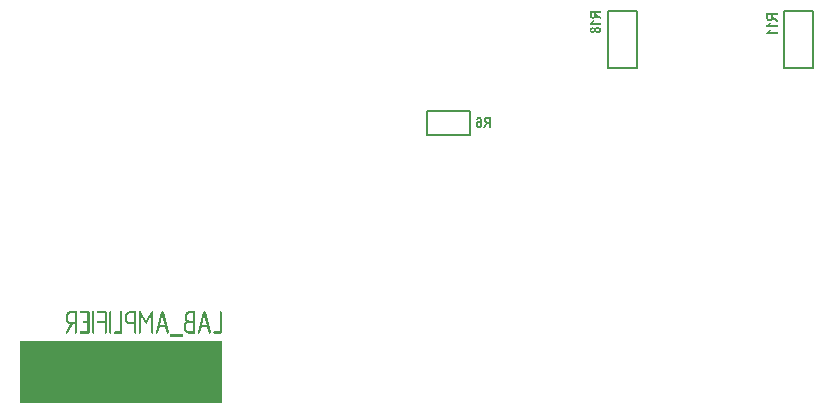
<source format=gbo>
G04*
G04 #@! TF.GenerationSoftware,Altium Limited,Altium Designer,22.7.1 (60)*
G04*
G04 Layer_Color=32896*
%FSLAX43Y43*%
%MOMM*%
G71*
G04*
G04 #@! TF.SameCoordinates,B0B9643B-9B23-428C-A4AC-A12B4A47BFEC*
G04*
G04*
G04 #@! TF.FilePolarity,Positive*
G04*
G01*
G75*
%ADD10C,0.200*%
%ADD70R,17.075X5.334*%
G36*
X59948Y67496D02*
X59970Y67485D01*
X59984Y67468D01*
X59995Y67452D01*
X60000Y67432D01*
X60003Y67416D01*
X60006Y67405D01*
Y67399D01*
Y65692D01*
X60003Y65661D01*
X59992Y65639D01*
X59978Y65622D01*
X59959Y65611D01*
X59942Y65606D01*
X59928Y65603D01*
X59917Y65600D01*
X59914D01*
X59884Y65603D01*
X59859Y65614D01*
X59842Y65628D01*
X59831Y65647D01*
X59826Y65664D01*
X59820Y65678D01*
Y65689D01*
Y65692D01*
Y67138D01*
X59470Y66497D01*
X59456Y66480D01*
X59442Y66466D01*
X59431Y66458D01*
X59417Y66450D01*
X59406Y66447D01*
X59398Y66444D01*
X59390D01*
X59373Y66447D01*
X59356Y66452D01*
X59331Y66472D01*
X59315Y66488D01*
X59312Y66494D01*
X59309Y66497D01*
X58957Y67138D01*
Y65692D01*
X58954Y65661D01*
X58943Y65639D01*
X58929Y65622D01*
X58909Y65611D01*
X58893Y65606D01*
X58879Y65603D01*
X58868Y65600D01*
X58865D01*
X58834Y65603D01*
X58809Y65614D01*
X58793Y65628D01*
X58782Y65647D01*
X58776Y65664D01*
X58771Y65678D01*
Y65689D01*
Y65692D01*
Y67399D01*
X58773Y67432D01*
X58784Y67457D01*
X58798Y67477D01*
X58815Y67488D01*
X58832Y67496D01*
X58846Y67499D01*
X58857Y67502D01*
X58859D01*
X58879Y67499D01*
X58896Y67493D01*
X58923Y67474D01*
X58932Y67463D01*
X58940Y67455D01*
X58943Y67449D01*
X58946Y67446D01*
X59390Y66699D01*
X59834Y67446D01*
X59848Y67466D01*
X59862Y67479D01*
X59876Y67488D01*
X59889Y67496D01*
X59901Y67499D01*
X59912Y67502D01*
X59920D01*
X59948Y67496D01*
D02*
G37*
G36*
X65739Y67488D02*
X65761Y67477D01*
X65778Y67463D01*
X65789Y67446D01*
X65794Y67427D01*
X65797Y67413D01*
X65800Y67402D01*
Y67399D01*
Y65692D01*
X65797Y65661D01*
X65786Y65639D01*
X65772Y65622D01*
X65753Y65611D01*
X65736Y65606D01*
X65722Y65603D01*
X65711Y65600D01*
X65184D01*
X65153Y65603D01*
X65128Y65614D01*
X65112Y65628D01*
X65100Y65647D01*
X65095Y65664D01*
X65089Y65678D01*
Y65689D01*
Y65692D01*
X65092Y65722D01*
X65103Y65744D01*
X65120Y65761D01*
X65136Y65772D01*
X65153Y65778D01*
X65170Y65783D01*
X65614D01*
Y67399D01*
X65617Y67430D01*
X65628Y67452D01*
X65645Y67468D01*
X65661Y67479D01*
X65678Y67485D01*
X65695Y67491D01*
X65708D01*
X65739Y67488D01*
D02*
G37*
G36*
X64354D02*
X64373Y67479D01*
X64387Y67466D01*
X64398Y67452D01*
X64406Y67435D01*
X64412Y67424D01*
X64417Y67413D01*
Y67410D01*
X64878Y65700D01*
X64881D01*
Y65694D01*
Y65692D01*
Y65689D01*
X64878Y65658D01*
X64867Y65639D01*
X64851Y65622D01*
X64834Y65611D01*
X64817Y65606D01*
X64801Y65603D01*
X64789Y65600D01*
X64787D01*
X64762Y65603D01*
X64742Y65611D01*
X64728Y65622D01*
X64717Y65633D01*
X64709Y65644D01*
X64701Y65656D01*
X64698Y65664D01*
Y65667D01*
X64576Y66127D01*
X64082D01*
X63959Y65667D01*
X63951Y65644D01*
X63937Y65628D01*
X63923Y65617D01*
X63907Y65608D01*
X63893Y65603D01*
X63882Y65600D01*
X63871D01*
X63840Y65603D01*
X63815Y65614D01*
X63798Y65628D01*
X63787Y65644D01*
X63782Y65661D01*
X63776Y65675D01*
Y65686D01*
Y65689D01*
Y65708D01*
X63779Y65714D01*
Y65717D01*
X64240Y67410D01*
X64248Y67438D01*
X64262Y67457D01*
X64276Y67471D01*
X64293Y67479D01*
X64306Y67488D01*
X64317Y67491D01*
X64329D01*
X64354Y67488D01*
D02*
G37*
G36*
X63501D02*
X63523Y67477D01*
X63540Y67463D01*
X63551Y67446D01*
X63557Y67427D01*
X63560Y67413D01*
X63562Y67402D01*
Y67399D01*
Y65692D01*
X63560Y65661D01*
X63548Y65639D01*
X63535Y65622D01*
X63515Y65611D01*
X63499Y65606D01*
X63485Y65603D01*
X63474Y65600D01*
X63010D01*
X62979Y65603D01*
X62949Y65606D01*
X62893Y65619D01*
X62841Y65639D01*
X62799Y65664D01*
X62763Y65686D01*
X62735Y65705D01*
X62718Y65719D01*
X62716Y65725D01*
X62713D01*
X62691Y65750D01*
X62671Y65775D01*
X62638Y65825D01*
X62616Y65875D01*
X62602Y65919D01*
X62591Y65961D01*
X62588Y65991D01*
X62585Y66003D01*
Y66011D01*
Y66016D01*
Y66019D01*
Y66283D01*
X62588Y66325D01*
X62596Y66366D01*
X62605Y66402D01*
X62616Y66436D01*
X62630Y66461D01*
X62638Y66483D01*
X62646Y66494D01*
X62649Y66499D01*
X62674Y66536D01*
X62699Y66563D01*
X62724Y66588D01*
X62749Y66605D01*
X62768Y66619D01*
X62785Y66630D01*
X62799Y66633D01*
X62802Y66636D01*
X62774Y66658D01*
X62752Y66680D01*
X62732Y66702D01*
X62716Y66727D01*
X62688Y66780D01*
X62671Y66827D01*
X62660Y66872D01*
X62657Y66891D01*
X62655Y66908D01*
X62652Y66921D01*
Y66933D01*
Y66938D01*
Y66941D01*
Y67071D01*
Y67102D01*
X62657Y67132D01*
X62671Y67191D01*
X62691Y67241D01*
X62713Y67282D01*
X62738Y67318D01*
X62757Y67343D01*
X62771Y67360D01*
X62774Y67366D01*
X62777D01*
X62802Y67388D01*
X62827Y67407D01*
X62877Y67438D01*
X62927Y67460D01*
X62974Y67474D01*
X63015Y67485D01*
X63032Y67488D01*
X63046D01*
X63060Y67491D01*
X63471D01*
X63501Y67488D01*
D02*
G37*
G36*
X60797D02*
X60817Y67479D01*
X60831Y67466D01*
X60842Y67452D01*
X60850Y67435D01*
X60856Y67424D01*
X60861Y67413D01*
Y67410D01*
X61322Y65700D01*
X61325D01*
Y65694D01*
Y65692D01*
Y65689D01*
X61322Y65658D01*
X61311Y65639D01*
X61294Y65622D01*
X61278Y65611D01*
X61261Y65606D01*
X61244Y65603D01*
X61233Y65600D01*
X61230D01*
X61205Y65603D01*
X61186Y65611D01*
X61172Y65622D01*
X61161Y65633D01*
X61153Y65644D01*
X61144Y65656D01*
X61141Y65664D01*
Y65667D01*
X61019Y66127D01*
X60525D01*
X60403Y65667D01*
X60395Y65644D01*
X60381Y65628D01*
X60367Y65617D01*
X60350Y65608D01*
X60336Y65603D01*
X60325Y65600D01*
X60314D01*
X60284Y65603D01*
X60259Y65614D01*
X60242Y65628D01*
X60231Y65644D01*
X60225Y65661D01*
X60220Y65675D01*
Y65686D01*
Y65689D01*
Y65708D01*
X60223Y65714D01*
Y65717D01*
X60683Y67410D01*
X60692Y67438D01*
X60706Y67457D01*
X60720Y67471D01*
X60736Y67479D01*
X60750Y67488D01*
X60761Y67491D01*
X60772D01*
X60797Y67488D01*
D02*
G37*
G36*
X58499D02*
X58521Y67477D01*
X58537Y67463D01*
X58549Y67446D01*
X58554Y67427D01*
X58557Y67413D01*
X58560Y67402D01*
Y67399D01*
Y65692D01*
X58557Y65661D01*
X58546Y65639D01*
X58532Y65622D01*
X58512Y65611D01*
X58496Y65606D01*
X58482Y65603D01*
X58471Y65600D01*
X58468D01*
X58437Y65603D01*
X58412Y65614D01*
X58396Y65628D01*
X58385Y65647D01*
X58379Y65664D01*
X58374Y65678D01*
Y65689D01*
Y65692D01*
Y66391D01*
X58007D01*
X57974Y66394D01*
X57943Y66397D01*
X57888Y66411D01*
X57835Y66430D01*
X57791Y66452D01*
X57757Y66475D01*
X57730Y66494D01*
X57713Y66508D01*
X57707Y66513D01*
X57685Y66536D01*
X57666Y66561D01*
X57635Y66611D01*
X57613Y66661D01*
X57599Y66708D01*
X57588Y66747D01*
X57585Y66780D01*
X57582Y66791D01*
Y66799D01*
Y66805D01*
Y66808D01*
Y67071D01*
Y67102D01*
X57588Y67132D01*
X57602Y67191D01*
X57621Y67241D01*
X57643Y67282D01*
X57668Y67318D01*
X57688Y67343D01*
X57702Y67360D01*
X57705Y67366D01*
X57707D01*
X57732Y67388D01*
X57757Y67407D01*
X57807Y67438D01*
X57857Y67460D01*
X57904Y67474D01*
X57946Y67485D01*
X57963Y67488D01*
X57977D01*
X57990Y67491D01*
X58468D01*
X58499Y67488D01*
D02*
G37*
G36*
X57313D02*
X57335Y67477D01*
X57352Y67463D01*
X57363Y67446D01*
X57369Y67427D01*
X57371Y67413D01*
X57374Y67402D01*
Y67399D01*
Y65692D01*
X57371Y65661D01*
X57360Y65639D01*
X57346Y65622D01*
X57327Y65611D01*
X57310Y65606D01*
X57296Y65603D01*
X57285Y65600D01*
X56758D01*
X56727Y65603D01*
X56702Y65614D01*
X56686Y65628D01*
X56675Y65647D01*
X56669Y65664D01*
X56663Y65678D01*
Y65689D01*
Y65692D01*
X56666Y65722D01*
X56677Y65744D01*
X56694Y65761D01*
X56711Y65772D01*
X56727Y65778D01*
X56744Y65783D01*
X57188D01*
Y67399D01*
X57191Y67430D01*
X57202Y67452D01*
X57219Y67468D01*
X57235Y67479D01*
X57252Y67485D01*
X57269Y67491D01*
X57283D01*
X57313Y67488D01*
D02*
G37*
G36*
X56391D02*
X56414Y67477D01*
X56430Y67463D01*
X56441Y67446D01*
X56447Y67427D01*
X56450Y67413D01*
X56452Y67402D01*
Y67399D01*
Y65692D01*
X56450Y65661D01*
X56439Y65639D01*
X56425Y65622D01*
X56405Y65611D01*
X56389Y65606D01*
X56375Y65603D01*
X56364Y65600D01*
X56361D01*
X56330Y65603D01*
X56305Y65614D01*
X56289Y65628D01*
X56278Y65647D01*
X56272Y65664D01*
X56266Y65678D01*
Y65689D01*
Y65692D01*
Y67399D01*
X56269Y67430D01*
X56280Y67452D01*
X56297Y67468D01*
X56314Y67479D01*
X56330Y67485D01*
X56347Y67491D01*
X56361D01*
X56391Y67488D01*
D02*
G37*
G36*
X55994D02*
X56017Y67477D01*
X56033Y67463D01*
X56044Y67446D01*
X56050Y67427D01*
X56053Y67413D01*
X56055Y67402D01*
Y67399D01*
Y65692D01*
X56053Y65661D01*
X56042Y65639D01*
X56028Y65622D01*
X56008Y65611D01*
X55992Y65606D01*
X55978Y65603D01*
X55967Y65600D01*
X55964D01*
X55933Y65603D01*
X55908Y65614D01*
X55892Y65628D01*
X55881Y65647D01*
X55875Y65664D01*
X55869Y65678D01*
Y65689D01*
Y65692D01*
Y66519D01*
X55309D01*
X55278Y66522D01*
X55253Y66533D01*
X55236Y66547D01*
X55225Y66566D01*
X55220Y66583D01*
X55214Y66597D01*
Y66608D01*
Y66611D01*
X55217Y66641D01*
X55228Y66663D01*
X55245Y66680D01*
X55261Y66691D01*
X55278Y66697D01*
X55295Y66702D01*
X55869D01*
Y67307D01*
X55309D01*
X55278Y67310D01*
X55253Y67321D01*
X55236Y67335D01*
X55225Y67355D01*
X55220Y67371D01*
X55214Y67385D01*
Y67396D01*
Y67399D01*
X55217Y67430D01*
X55228Y67452D01*
X55245Y67468D01*
X55261Y67479D01*
X55278Y67485D01*
X55295Y67491D01*
X55964D01*
X55994Y67488D01*
D02*
G37*
G36*
X54939D02*
X54962Y67477D01*
X54978Y67463D01*
X54989Y67446D01*
X54995Y67427D01*
X54998Y67413D01*
X55000Y67402D01*
Y67399D01*
Y65692D01*
X54998Y65661D01*
X54987Y65639D01*
X54973Y65622D01*
X54953Y65611D01*
X54937Y65606D01*
X54923Y65603D01*
X54912Y65600D01*
X54909D01*
X54878Y65603D01*
X54853Y65614D01*
X54837Y65628D01*
X54826Y65647D01*
X54820Y65664D01*
X54814Y65678D01*
Y65689D01*
Y65692D01*
Y67399D01*
X54817Y67430D01*
X54828Y67452D01*
X54845Y67468D01*
X54862Y67479D01*
X54878Y67485D01*
X54895Y67491D01*
X54909D01*
X54939Y67488D01*
D02*
G37*
G36*
X54540D02*
X54562Y67477D01*
X54579Y67463D01*
X54590Y67446D01*
X54595Y67427D01*
X54598Y67413D01*
X54601Y67402D01*
Y67399D01*
Y65692D01*
X54598Y65661D01*
X54587Y65639D01*
X54573Y65622D01*
X54554Y65611D01*
X54537Y65606D01*
X54523Y65603D01*
X54512Y65600D01*
X53854D01*
X53823Y65603D01*
X53798Y65614D01*
X53782Y65628D01*
X53771Y65647D01*
X53765Y65664D01*
X53760Y65678D01*
Y65689D01*
Y65692D01*
X53762Y65722D01*
X53773Y65744D01*
X53790Y65761D01*
X53807Y65772D01*
X53823Y65778D01*
X53840Y65783D01*
X54415D01*
Y66519D01*
X54115D01*
X54084Y66522D01*
X54062Y66533D01*
X54045Y66547D01*
X54034Y66566D01*
X54029Y66583D01*
X54023Y66597D01*
Y66608D01*
Y66611D01*
X54026Y66641D01*
X54037Y66663D01*
X54051Y66680D01*
X54068Y66691D01*
X54087Y66697D01*
X54101Y66702D01*
X54415D01*
Y67307D01*
X53854D01*
X53823Y67310D01*
X53798Y67321D01*
X53782Y67335D01*
X53771Y67355D01*
X53765Y67371D01*
X53760Y67385D01*
Y67396D01*
Y67399D01*
X53762Y67430D01*
X53773Y67452D01*
X53790Y67468D01*
X53807Y67479D01*
X53823Y67485D01*
X53840Y67491D01*
X54509D01*
X54540Y67488D01*
D02*
G37*
G36*
X53487D02*
X53510Y67477D01*
X53526Y67463D01*
X53537Y67446D01*
X53543Y67427D01*
X53546Y67413D01*
X53549Y67402D01*
Y67399D01*
Y65692D01*
X53546Y65661D01*
X53535Y65639D01*
X53521Y65622D01*
X53501Y65611D01*
X53485Y65606D01*
X53471Y65603D01*
X53460Y65600D01*
X53457D01*
X53426Y65603D01*
X53401Y65614D01*
X53385Y65628D01*
X53374Y65647D01*
X53368Y65664D01*
X53363Y65678D01*
Y65689D01*
Y65692D01*
Y66391D01*
X53182D01*
X52749Y65675D01*
X52738Y65650D01*
X52724Y65631D01*
X52710Y65619D01*
X52696Y65608D01*
X52685Y65603D01*
X52677Y65600D01*
X52668D01*
X52641Y65603D01*
X52621Y65614D01*
X52607Y65622D01*
X52602Y65625D01*
X52591Y65636D01*
X52585Y65647D01*
X52574Y65669D01*
X52571Y65686D01*
Y65689D01*
Y65692D01*
X52574Y65708D01*
X52577Y65722D01*
X52582Y65733D01*
X52585Y65736D01*
X52985Y66391D01*
X52927Y66397D01*
X52874Y66411D01*
X52824Y66427D01*
X52782Y66450D01*
X52749Y66472D01*
X52721Y66488D01*
X52705Y66502D01*
X52699Y66508D01*
X52677Y66530D01*
X52657Y66555D01*
X52624Y66605D01*
X52602Y66655D01*
X52588Y66702D01*
X52577Y66747D01*
X52574Y66763D01*
Y66780D01*
X52571Y66794D01*
Y66802D01*
Y66808D01*
Y66810D01*
Y67071D01*
Y67102D01*
X52577Y67132D01*
X52591Y67191D01*
X52610Y67241D01*
X52632Y67282D01*
X52657Y67318D01*
X52677Y67343D01*
X52691Y67360D01*
X52693Y67366D01*
X52696D01*
X52721Y67388D01*
X52746Y67407D01*
X52796Y67438D01*
X52846Y67460D01*
X52893Y67474D01*
X52935Y67485D01*
X52952Y67488D01*
X52966D01*
X52979Y67491D01*
X53457D01*
X53487Y67488D01*
D02*
G37*
G36*
X62507Y65339D02*
X61402D01*
Y65522D01*
X62507D01*
Y65339D01*
D02*
G37*
G36*
X87584Y83954D02*
X87606Y83952D01*
X87626Y83945D01*
X87646Y83937D01*
X87681Y83919D01*
X87696Y83909D01*
X87710Y83898D01*
X87723Y83887D01*
X87734Y83877D01*
X87744Y83867D01*
X87753Y83859D01*
X87758Y83851D01*
X87763Y83846D01*
X87765Y83842D01*
X87767Y83840D01*
X87781Y83818D01*
X87792Y83791D01*
X87804Y83763D01*
X87812Y83733D01*
X87826Y83671D01*
X87836Y83609D01*
X87839Y83579D01*
X87842Y83553D01*
X87843Y83529D01*
X87844Y83506D01*
X87846Y83489D01*
Y83475D01*
Y83467D01*
Y83465D01*
Y83464D01*
X87844Y83417D01*
X87843Y83374D01*
X87839Y83334D01*
X87835Y83297D01*
X87827Y83264D01*
X87822Y83234D01*
X87815Y83206D01*
X87808Y83182D01*
X87801Y83161D01*
X87794Y83144D01*
X87787Y83128D01*
X87781Y83116D01*
X87777Y83107D01*
X87773Y83100D01*
X87771Y83096D01*
X87770Y83094D01*
X87754Y83075D01*
X87739Y83058D01*
X87723Y83044D01*
X87706Y83031D01*
X87691Y83020D01*
X87674Y83011D01*
X87658Y83004D01*
X87643Y82999D01*
X87616Y82990D01*
X87605Y82987D01*
X87595Y82986D01*
X87586D01*
X87581Y82984D01*
X87575D01*
X87555Y82986D01*
X87537Y82989D01*
X87519Y82993D01*
X87502Y82997D01*
X87471Y83011D01*
X87445Y83027D01*
X87424Y83042D01*
X87416Y83049D01*
X87409Y83056D01*
X87403Y83061D01*
X87399Y83065D01*
X87398Y83068D01*
X87396Y83069D01*
X87383Y83086D01*
X87372Y83104D01*
X87362Y83123D01*
X87354Y83142D01*
X87341Y83182D01*
X87331Y83218D01*
X87328Y83237D01*
X87327Y83252D01*
X87326Y83268D01*
X87324Y83281D01*
X87323Y83290D01*
Y83297D01*
Y83303D01*
Y83304D01*
X87324Y83330D01*
X87326Y83355D01*
X87328Y83378D01*
X87334Y83400D01*
X87338Y83420D01*
X87344Y83438D01*
X87351Y83455D01*
X87357Y83471D01*
X87364Y83485D01*
X87369Y83498D01*
X87376Y83507D01*
X87381Y83516D01*
X87385Y83523D01*
X87389Y83527D01*
X87390Y83530D01*
X87392Y83531D01*
X87405Y83547D01*
X87419Y83560D01*
X87431Y83571D01*
X87445Y83581D01*
X87458Y83589D01*
X87472Y83596D01*
X87496Y83606D01*
X87519Y83613D01*
X87527Y83615D01*
X87536Y83616D01*
X87543Y83617D01*
X87551D01*
X87567Y83616D01*
X87581Y83615D01*
X87595Y83610D01*
X87606Y83608D01*
X87615Y83603D01*
X87623Y83599D01*
X87627Y83598D01*
X87629Y83596D01*
X87641Y83588D01*
X87653Y83578D01*
X87663Y83568D01*
X87672Y83558D01*
X87679Y83550D01*
X87685Y83543D01*
X87689Y83537D01*
X87691Y83536D01*
X87689Y83565D01*
X87687Y83592D01*
X87684Y83616D01*
X87681Y83637D01*
X87678Y83657D01*
X87674Y83675D01*
X87671Y83691D01*
X87667Y83705D01*
X87664Y83716D01*
X87661Y83726D01*
X87657Y83734D01*
X87656Y83740D01*
X87653Y83746D01*
X87651Y83749D01*
X87650Y83751D01*
X87637Y83770D01*
X87623Y83782D01*
X87610Y83792D01*
X87598Y83798D01*
X87586Y83802D01*
X87578Y83804D01*
X87571Y83805D01*
X87570D01*
X87557Y83804D01*
X87544Y83801D01*
X87534Y83795D01*
X87524Y83788D01*
X87509Y83771D01*
X87499Y83753D01*
X87491Y83733D01*
X87486Y83716D01*
X87485Y83709D01*
X87484Y83703D01*
Y83701D01*
Y83699D01*
X87338Y83719D01*
X87347Y83761D01*
X87357Y83796D01*
X87369Y83827D01*
X87382Y83853D01*
X87395Y83871D01*
X87405Y83885D01*
X87412Y83894D01*
X87414Y83897D01*
X87437Y83916D01*
X87462Y83930D01*
X87486Y83942D01*
X87510Y83949D01*
X87530Y83953D01*
X87547Y83954D01*
X87553Y83956D01*
X87561D01*
X87584Y83954D01*
D02*
G37*
G36*
X88600Y83000D02*
X88442D01*
Y83398D01*
X88391D01*
X88376Y83396D01*
X88362Y83395D01*
X88350Y83392D01*
X88342Y83390D01*
X88336Y83388D01*
X88334Y83386D01*
X88332D01*
X88322Y83382D01*
X88314Y83375D01*
X88300Y83362D01*
X88294Y83357D01*
X88290Y83351D01*
X88287Y83348D01*
X88286Y83347D01*
X88281Y83341D01*
X88276Y83333D01*
X88269Y83324D01*
X88263Y83314D01*
X88249Y83290D01*
X88235Y83266D01*
X88222Y83244D01*
X88217Y83234D01*
X88211Y83226D01*
X88207Y83218D01*
X88204Y83213D01*
X88201Y83209D01*
Y83207D01*
X88088Y83000D01*
X87898D01*
X87994Y83185D01*
X88004Y83204D01*
X88014Y83224D01*
X88023Y83241D01*
X88032Y83257D01*
X88040Y83271D01*
X88047Y83283D01*
X88060Y83304D01*
X88070Y83320D01*
X88078Y83331D01*
X88083Y83338D01*
X88084Y83340D01*
X88097Y83355D01*
X88111Y83371D01*
X88125Y83385D01*
X88138Y83396D01*
X88149Y83406D01*
X88159Y83413D01*
X88164Y83419D01*
X88167Y83420D01*
X88132Y83429D01*
X88102Y83440D01*
X88076Y83454D01*
X88054Y83469D01*
X88038Y83482D01*
X88025Y83493D01*
X88018Y83502D01*
X88015Y83503D01*
Y83505D01*
X87997Y83533D01*
X87983Y83562D01*
X87973Y83592D01*
X87967Y83620D01*
X87963Y83646D01*
X87961Y83657D01*
Y83667D01*
X87960Y83674D01*
Y83681D01*
Y83684D01*
Y83685D01*
X87961Y83718D01*
X87966Y83746D01*
X87971Y83773D01*
X87977Y83795D01*
X87984Y83812D01*
X87990Y83826D01*
X87994Y83835D01*
X87995Y83837D01*
X88009Y83860D01*
X88025Y83878D01*
X88039Y83894D01*
X88053Y83905D01*
X88066Y83915D01*
X88076Y83922D01*
X88083Y83925D01*
X88085Y83926D01*
X88097Y83930D01*
X88109Y83935D01*
X88138Y83942D01*
X88167Y83946D01*
X88197Y83950D01*
X88224Y83952D01*
X88236D01*
X88246Y83953D01*
X88600D01*
Y83000D01*
D02*
G37*
G36*
X112853Y92542D02*
X112456D01*
Y92491D01*
X112457Y92476D01*
X112458Y92462D01*
X112461Y92451D01*
X112463Y92442D01*
X112465Y92436D01*
X112467Y92434D01*
Y92432D01*
X112471Y92422D01*
X112478Y92414D01*
X112491Y92400D01*
X112496Y92394D01*
X112502Y92390D01*
X112505Y92387D01*
X112506Y92386D01*
X112512Y92381D01*
X112520Y92376D01*
X112529Y92369D01*
X112539Y92363D01*
X112563Y92349D01*
X112587Y92335D01*
X112609Y92322D01*
X112619Y92317D01*
X112628Y92311D01*
X112635Y92307D01*
X112640Y92304D01*
X112644Y92301D01*
X112646D01*
X112853Y92188D01*
Y91998D01*
X112668Y92094D01*
X112649Y92104D01*
X112629Y92114D01*
X112612Y92123D01*
X112597Y92132D01*
X112582Y92140D01*
X112570Y92147D01*
X112549Y92160D01*
X112533Y92170D01*
X112522Y92178D01*
X112515Y92183D01*
X112513Y92184D01*
X112498Y92197D01*
X112482Y92211D01*
X112468Y92225D01*
X112457Y92238D01*
X112447Y92249D01*
X112440Y92259D01*
X112434Y92264D01*
X112433Y92267D01*
X112425Y92232D01*
X112413Y92202D01*
X112399Y92176D01*
X112384Y92154D01*
X112371Y92138D01*
X112360Y92125D01*
X112351Y92118D01*
X112350Y92115D01*
X112348D01*
X112320Y92097D01*
X112291Y92083D01*
X112261Y92073D01*
X112233Y92067D01*
X112207Y92063D01*
X112196Y92061D01*
X112186D01*
X112179Y92060D01*
X112172D01*
X112169D01*
X112168D01*
X112136Y92061D01*
X112107Y92066D01*
X112081Y92071D01*
X112058Y92077D01*
X112041Y92084D01*
X112027Y92090D01*
X112019Y92094D01*
X112016Y92095D01*
X111993Y92109D01*
X111975Y92125D01*
X111959Y92139D01*
X111948Y92153D01*
X111938Y92166D01*
X111931Y92176D01*
X111928Y92183D01*
X111927Y92185D01*
X111923Y92197D01*
X111918Y92209D01*
X111911Y92238D01*
X111907Y92267D01*
X111903Y92297D01*
X111902Y92324D01*
Y92336D01*
X111900Y92346D01*
Y92700D01*
X112853D01*
Y92542D01*
D02*
G37*
G36*
X112284Y91867D02*
X112262Y91829D01*
X112238Y91796D01*
X112216Y91768D01*
X112206Y91756D01*
X112196Y91744D01*
X112186Y91734D01*
X112179Y91727D01*
X112172Y91720D01*
X112168Y91716D01*
X112165Y91713D01*
X112164Y91712D01*
X112853D01*
Y91561D01*
X111897D01*
Y91684D01*
X111928Y91695D01*
X111957Y91709D01*
X111982Y91725D01*
X112003Y91740D01*
X112021Y91754D01*
X112035Y91765D01*
X112044Y91774D01*
X112045Y91775D01*
X112047Y91777D01*
X112069Y91802D01*
X112088Y91826D01*
X112103Y91847D01*
X112116Y91867D01*
X112124Y91884D01*
X112131Y91895D01*
X112134Y91904D01*
X112136Y91905D01*
Y91906D01*
X112302D01*
X112284Y91867D01*
D02*
G37*
G36*
Y91259D02*
X112262Y91221D01*
X112238Y91189D01*
X112216Y91161D01*
X112206Y91148D01*
X112196Y91137D01*
X112186Y91127D01*
X112179Y91120D01*
X112172Y91113D01*
X112168Y91108D01*
X112165Y91106D01*
X112164Y91104D01*
X112853D01*
Y90953D01*
X111897D01*
Y91076D01*
X111928Y91087D01*
X111957Y91101D01*
X111982Y91117D01*
X112003Y91132D01*
X112021Y91147D01*
X112035Y91158D01*
X112044Y91166D01*
X112045Y91168D01*
X112047Y91169D01*
X112069Y91194D01*
X112088Y91218D01*
X112103Y91240D01*
X112116Y91259D01*
X112124Y91276D01*
X112131Y91288D01*
X112134Y91296D01*
X112136Y91297D01*
Y91299D01*
X112302D01*
X112284Y91259D01*
D02*
G37*
G36*
X97900Y92742D02*
X97502D01*
Y92691D01*
X97504Y92676D01*
X97505Y92662D01*
X97508Y92650D01*
X97510Y92642D01*
X97512Y92636D01*
X97514Y92634D01*
Y92632D01*
X97518Y92622D01*
X97525Y92614D01*
X97538Y92600D01*
X97543Y92594D01*
X97549Y92590D01*
X97552Y92587D01*
X97553Y92586D01*
X97559Y92581D01*
X97567Y92576D01*
X97576Y92569D01*
X97586Y92563D01*
X97610Y92549D01*
X97634Y92535D01*
X97656Y92522D01*
X97666Y92517D01*
X97674Y92511D01*
X97682Y92507D01*
X97687Y92504D01*
X97691Y92501D01*
X97693D01*
X97900Y92388D01*
Y92198D01*
X97715Y92294D01*
X97696Y92304D01*
X97676Y92314D01*
X97659Y92323D01*
X97643Y92332D01*
X97629Y92340D01*
X97617Y92347D01*
X97595Y92360D01*
X97580Y92370D01*
X97569Y92378D01*
X97562Y92383D01*
X97560Y92384D01*
X97545Y92397D01*
X97529Y92411D01*
X97515Y92425D01*
X97504Y92438D01*
X97494Y92449D01*
X97487Y92459D01*
X97481Y92464D01*
X97480Y92467D01*
X97471Y92432D01*
X97460Y92402D01*
X97446Y92376D01*
X97431Y92354D01*
X97418Y92338D01*
X97407Y92325D01*
X97398Y92318D01*
X97397Y92315D01*
X97395D01*
X97367Y92297D01*
X97338Y92283D01*
X97308Y92273D01*
X97280Y92267D01*
X97254Y92263D01*
X97243Y92261D01*
X97233D01*
X97226Y92260D01*
X97219D01*
X97216D01*
X97215D01*
X97182Y92261D01*
X97154Y92266D01*
X97127Y92271D01*
X97105Y92277D01*
X97088Y92284D01*
X97074Y92290D01*
X97065Y92294D01*
X97063Y92295D01*
X97040Y92309D01*
X97022Y92325D01*
X97006Y92339D01*
X96995Y92353D01*
X96985Y92366D01*
X96978Y92376D01*
X96975Y92383D01*
X96974Y92385D01*
X96970Y92397D01*
X96965Y92409D01*
X96958Y92438D01*
X96954Y92467D01*
X96950Y92497D01*
X96948Y92524D01*
Y92536D01*
X96947Y92546D01*
Y92900D01*
X97900D01*
Y92742D01*
D02*
G37*
G36*
X97330Y92067D02*
X97309Y92029D01*
X97285Y91996D01*
X97263Y91968D01*
X97253Y91955D01*
X97243Y91944D01*
X97233Y91934D01*
X97226Y91927D01*
X97219Y91920D01*
X97215Y91916D01*
X97212Y91913D01*
X97211Y91912D01*
X97900D01*
Y91761D01*
X96944D01*
Y91884D01*
X96975Y91895D01*
X97003Y91909D01*
X97029Y91924D01*
X97050Y91940D01*
X97068Y91954D01*
X97082Y91965D01*
X97091Y91974D01*
X97092Y91975D01*
X97094Y91977D01*
X97116Y92002D01*
X97135Y92026D01*
X97150Y92047D01*
X97163Y92067D01*
X97171Y92084D01*
X97178Y92095D01*
X97181Y92104D01*
X97182Y92105D01*
Y92106D01*
X97349D01*
X97330Y92067D01*
D02*
G37*
G36*
X97650Y91537D02*
X97673Y91535D01*
X97715Y91527D01*
X97734Y91521D01*
X97752Y91516D01*
X97767Y91509D01*
X97782Y91502D01*
X97794Y91495D01*
X97806Y91487D01*
X97815Y91482D01*
X97824Y91476D01*
X97830Y91472D01*
X97834Y91468D01*
X97837Y91466D01*
X97838Y91465D01*
X97852Y91451D01*
X97863Y91435D01*
X97873Y91420D01*
X97883Y91404D01*
X97897Y91373D01*
X97906Y91344D01*
X97911Y91318D01*
X97913Y91307D01*
X97914Y91297D01*
X97916Y91290D01*
Y91279D01*
X97914Y91252D01*
X97910Y91228D01*
X97904Y91206D01*
X97897Y91187D01*
X97892Y91172D01*
X97886Y91159D01*
X97882Y91152D01*
X97880Y91149D01*
X97866Y91128D01*
X97849Y91111D01*
X97832Y91096D01*
X97815Y91083D01*
X97800Y91072D01*
X97789Y91065D01*
X97780Y91060D01*
X97779Y91059D01*
X97777D01*
X97751Y91048D01*
X97724Y91039D01*
X97698Y91034D01*
X97673Y91029D01*
X97652Y91027D01*
X97643D01*
X97636Y91025D01*
X97629D01*
X97625D01*
X97622D01*
X97621D01*
X97590Y91027D01*
X97562Y91031D01*
X97538Y91036D01*
X97517Y91042D01*
X97500Y91048D01*
X97487Y91053D01*
X97480Y91058D01*
X97477Y91059D01*
X97456Y91073D01*
X97438Y91089D01*
X97422Y91105D01*
X97409Y91121D01*
X97398Y91136D01*
X97391Y91148D01*
X97387Y91156D01*
X97385Y91158D01*
Y91159D01*
X97374Y91142D01*
X97361Y91125D01*
X97349Y91113D01*
X97336Y91101D01*
X97325Y91091D01*
X97316Y91086D01*
X97311Y91081D01*
X97308Y91080D01*
X97288Y91070D01*
X97267Y91063D01*
X97247Y91058D01*
X97229Y91055D01*
X97212Y91052D01*
X97199Y91050D01*
X97191D01*
X97190D01*
X97188D01*
X97170D01*
X97151Y91053D01*
X97119Y91060D01*
X97089Y91070D01*
X97064Y91080D01*
X97044Y91091D01*
X97036Y91097D01*
X97029Y91101D01*
X97023Y91105D01*
X97019Y91108D01*
X97018Y91110D01*
X97016Y91111D01*
X97003Y91122D01*
X96992Y91135D01*
X96982Y91149D01*
X96974Y91163D01*
X96961Y91191D01*
X96953Y91220D01*
X96948Y91245D01*
X96947Y91256D01*
X96946Y91266D01*
X96944Y91273D01*
Y91284D01*
X96946Y91304D01*
X96947Y91323D01*
X96954Y91356D01*
X96965Y91386D01*
X96978Y91410D01*
X96991Y91430D01*
X97001Y91444D01*
X97006Y91448D01*
X97009Y91452D01*
X97010Y91454D01*
X97012Y91455D01*
X97025Y91466D01*
X97039Y91476D01*
X97067Y91492D01*
X97096Y91503D01*
X97126Y91510D01*
X97150Y91516D01*
X97161Y91517D01*
X97171D01*
X97178Y91518D01*
X97184D01*
X97188D01*
X97190D01*
X97215Y91517D01*
X97237Y91514D01*
X97257Y91510D01*
X97274Y91504D01*
X97288Y91500D01*
X97299Y91496D01*
X97305Y91493D01*
X97308Y91492D01*
X97325Y91480D01*
X97340Y91466D01*
X97354Y91454D01*
X97366Y91440D01*
X97374Y91427D01*
X97380Y91417D01*
X97384Y91411D01*
X97385Y91409D01*
X97398Y91431D01*
X97414Y91451D01*
X97429Y91468D01*
X97445Y91480D01*
X97459Y91492D01*
X97470Y91500D01*
X97477Y91504D01*
X97479Y91506D01*
X97480D01*
X97504Y91517D01*
X97529Y91524D01*
X97553Y91530D01*
X97576Y91534D01*
X97597Y91537D01*
X97612Y91538D01*
X97618D01*
X97622D01*
X97625D01*
X97627D01*
X97650Y91537D01*
D02*
G37*
%LPC*%
G36*
X64329Y67121D02*
X64123Y66311D01*
X64534D01*
X64329Y67121D01*
D02*
G37*
G36*
X63376Y67307D02*
X63077D01*
X63040Y67305D01*
X63010Y67296D01*
X62982Y67285D01*
X62957Y67271D01*
X62938Y67257D01*
X62921Y67246D01*
X62913Y67238D01*
X62910Y67235D01*
X62885Y67207D01*
X62868Y67180D01*
X62854Y67152D01*
X62846Y67127D01*
X62841Y67105D01*
X62838Y67088D01*
Y67077D01*
Y67071D01*
Y66941D01*
X62841Y66905D01*
X62849Y66872D01*
X62860Y66844D01*
X62874Y66819D01*
X62888Y66799D01*
X62899Y66785D01*
X62907Y66774D01*
X62910Y66772D01*
X62938Y66749D01*
X62965Y66733D01*
X62993Y66719D01*
X63018Y66710D01*
X63043Y66705D01*
X63060Y66702D01*
X63376D01*
Y67307D01*
D02*
G37*
G36*
Y66519D02*
X63010D01*
X62974Y66516D01*
X62943Y66508D01*
X62916Y66497D01*
X62891Y66486D01*
X62871Y66472D01*
X62854Y66461D01*
X62846Y66452D01*
X62843Y66450D01*
X62818Y66422D01*
X62802Y66394D01*
X62788Y66366D01*
X62779Y66341D01*
X62774Y66316D01*
X62771Y66300D01*
Y66288D01*
Y66283D01*
Y66019D01*
X62774Y65983D01*
X62782Y65953D01*
X62793Y65925D01*
X62807Y65900D01*
X62821Y65880D01*
X62832Y65864D01*
X62841Y65855D01*
X62843Y65853D01*
X62871Y65830D01*
X62899Y65814D01*
X62927Y65800D01*
X62952Y65792D01*
X62977Y65786D01*
X62993Y65783D01*
X63376D01*
Y66519D01*
D02*
G37*
G36*
X60772Y67121D02*
X60567Y66311D01*
X60978D01*
X60772Y67121D01*
D02*
G37*
G36*
X58374Y67307D02*
X58007D01*
X57971Y67305D01*
X57941Y67296D01*
X57913Y67285D01*
X57888Y67274D01*
X57868Y67260D01*
X57852Y67249D01*
X57843Y67241D01*
X57841Y67238D01*
X57816Y67210D01*
X57799Y67182D01*
X57785Y67155D01*
X57777Y67130D01*
X57771Y67105D01*
X57768Y67088D01*
Y67077D01*
Y67071D01*
Y66808D01*
X57771Y66772D01*
X57779Y66741D01*
X57791Y66713D01*
X57804Y66688D01*
X57818Y66669D01*
X57829Y66652D01*
X57838Y66644D01*
X57841Y66641D01*
X57868Y66619D01*
X57896Y66602D01*
X57924Y66591D01*
X57949Y66583D01*
X57974Y66577D01*
X57990Y66574D01*
X58374D01*
Y67307D01*
D02*
G37*
G36*
X53363D02*
X52996D01*
X52960Y67305D01*
X52929Y67296D01*
X52902Y67285D01*
X52877Y67274D01*
X52857Y67260D01*
X52841Y67249D01*
X52832Y67241D01*
X52829Y67238D01*
X52805Y67210D01*
X52788Y67182D01*
X52774Y67155D01*
X52766Y67130D01*
X52760Y67105D01*
X52757Y67088D01*
Y67077D01*
Y67071D01*
Y66810D01*
X52760Y66774D01*
X52768Y66741D01*
X52780Y66713D01*
X52793Y66688D01*
X52807Y66669D01*
X52818Y66655D01*
X52827Y66644D01*
X52829Y66641D01*
X52857Y66619D01*
X52885Y66602D01*
X52913Y66591D01*
X52938Y66583D01*
X52963Y66577D01*
X52979Y66574D01*
X53363D01*
Y67307D01*
D02*
G37*
G36*
X87581Y83482D02*
X87574D01*
X87558Y83481D01*
X87544Y83475D01*
X87531Y83468D01*
X87520Y83461D01*
X87512Y83453D01*
X87506Y83445D01*
X87502Y83440D01*
X87500Y83438D01*
X87491Y83420D01*
X87482Y83400D01*
X87476Y83378D01*
X87474Y83355D01*
X87471Y83336D01*
X87469Y83320D01*
Y83313D01*
Y83309D01*
Y83306D01*
Y83304D01*
X87471Y83273D01*
X87474Y83247D01*
X87478Y83224D01*
X87484Y83206D01*
X87489Y83192D01*
X87493Y83182D01*
X87496Y83176D01*
X87498Y83175D01*
X87509Y83162D01*
X87520Y83152D01*
X87531Y83147D01*
X87543Y83141D01*
X87553Y83138D01*
X87560Y83137D01*
X87567D01*
X87582Y83138D01*
X87598Y83144D01*
X87610Y83151D01*
X87622Y83161D01*
X87632Y83169D01*
X87639Y83176D01*
X87643Y83182D01*
X87644Y83183D01*
X87656Y83203D01*
X87663Y83226D01*
X87668Y83248D01*
X87672Y83269D01*
X87675Y83289D01*
X87677Y83306D01*
Y83312D01*
Y83316D01*
Y83319D01*
Y83320D01*
X87675Y83348D01*
X87672Y83374D01*
X87667Y83393D01*
X87661Y83410D01*
X87657Y83424D01*
X87651Y83434D01*
X87648Y83440D01*
X87647Y83441D01*
X87636Y83455D01*
X87623Y83465D01*
X87610Y83472D01*
X87599Y83476D01*
X87589Y83481D01*
X87581Y83482D01*
D02*
G37*
G36*
X88442Y83792D02*
X88284D01*
X88269Y83791D01*
X88243D01*
X88232Y83789D01*
X88224D01*
X88215Y83788D01*
X88204Y83787D01*
X88197Y83785D01*
X88193Y83784D01*
X88191D01*
X88180Y83780D01*
X88170Y83774D01*
X88162Y83767D01*
X88155Y83761D01*
X88149Y83756D01*
X88145Y83750D01*
X88143Y83747D01*
X88142Y83746D01*
X88136Y83734D01*
X88131Y83723D01*
X88126Y83699D01*
X88125Y83688D01*
X88124Y83679D01*
Y83674D01*
Y83672D01*
X88125Y83656D01*
X88126Y83641D01*
X88129Y83627D01*
X88132Y83617D01*
X88136Y83608D01*
X88139Y83602D01*
X88140Y83598D01*
X88142Y83596D01*
X88149Y83586D01*
X88157Y83578D01*
X88164Y83572D01*
X88173Y83567D01*
X88180Y83562D01*
X88184Y83560D01*
X88188Y83558D01*
X88190D01*
X88197Y83557D01*
X88204Y83555D01*
X88224Y83554D01*
X88246Y83551D01*
X88269D01*
X88291Y83550D01*
X88442D01*
Y83792D01*
D02*
G37*
G36*
X112303Y92542D02*
X112061D01*
Y92384D01*
X112062Y92369D01*
Y92343D01*
X112064Y92332D01*
Y92324D01*
X112065Y92315D01*
X112066Y92304D01*
X112068Y92297D01*
X112069Y92293D01*
Y92291D01*
X112074Y92280D01*
X112079Y92270D01*
X112086Y92262D01*
X112092Y92255D01*
X112097Y92249D01*
X112103Y92245D01*
X112106Y92243D01*
X112107Y92242D01*
X112119Y92236D01*
X112130Y92231D01*
X112154Y92226D01*
X112165Y92225D01*
X112174Y92224D01*
X112179D01*
X112181D01*
X112198Y92225D01*
X112212Y92226D01*
X112226Y92229D01*
X112236Y92232D01*
X112246Y92236D01*
X112251Y92239D01*
X112255Y92240D01*
X112257Y92242D01*
X112267Y92249D01*
X112275Y92257D01*
X112281Y92264D01*
X112286Y92273D01*
X112291Y92280D01*
X112293Y92284D01*
X112295Y92288D01*
Y92290D01*
X112296Y92297D01*
X112298Y92304D01*
X112299Y92324D01*
X112302Y92346D01*
Y92369D01*
X112303Y92391D01*
Y92542D01*
D02*
G37*
G36*
X97350Y92742D02*
X97108D01*
Y92584D01*
X97109Y92569D01*
Y92543D01*
X97111Y92532D01*
Y92524D01*
X97112Y92515D01*
X97113Y92504D01*
X97115Y92497D01*
X97116Y92493D01*
Y92491D01*
X97120Y92480D01*
X97126Y92470D01*
X97133Y92462D01*
X97139Y92455D01*
X97144Y92449D01*
X97150Y92445D01*
X97153Y92443D01*
X97154Y92442D01*
X97166Y92436D01*
X97177Y92431D01*
X97201Y92426D01*
X97212Y92425D01*
X97221Y92424D01*
X97226D01*
X97228D01*
X97244Y92425D01*
X97259Y92426D01*
X97273Y92429D01*
X97283Y92432D01*
X97292Y92436D01*
X97298Y92439D01*
X97302Y92440D01*
X97304Y92442D01*
X97314Y92449D01*
X97322Y92457D01*
X97328Y92464D01*
X97333Y92473D01*
X97338Y92480D01*
X97340Y92484D01*
X97342Y92488D01*
Y92490D01*
X97343Y92497D01*
X97345Y92504D01*
X97346Y92524D01*
X97349Y92546D01*
Y92569D01*
X97350Y92591D01*
Y92742D01*
D02*
G37*
G36*
X97212Y91376D02*
X97205D01*
X97202D01*
X97184Y91375D01*
X97167Y91372D01*
X97153Y91368D01*
X97142Y91363D01*
X97133Y91359D01*
X97126Y91355D01*
X97122Y91352D01*
X97120Y91351D01*
X97111Y91339D01*
X97102Y91328D01*
X97096Y91317D01*
X97094Y91307D01*
X97091Y91297D01*
X97089Y91290D01*
Y91283D01*
X97091Y91269D01*
X97094Y91256D01*
X97099Y91245D01*
X97104Y91235D01*
X97109Y91228D01*
X97115Y91222D01*
X97118Y91220D01*
X97119Y91218D01*
X97132Y91210D01*
X97144Y91203D01*
X97159Y91198D01*
X97171Y91194D01*
X97184Y91193D01*
X97194Y91191D01*
X97199D01*
X97202D01*
X97222Y91193D01*
X97239Y91196D01*
X97254Y91200D01*
X97266Y91204D01*
X97275Y91210D01*
X97283Y91214D01*
X97287Y91217D01*
X97288Y91218D01*
X97298Y91228D01*
X97305Y91239D01*
X97309Y91251D01*
X97312Y91262D01*
X97315Y91270D01*
X97316Y91277D01*
Y91284D01*
X97315Y91299D01*
X97312Y91313D01*
X97308Y91324D01*
X97302Y91332D01*
X97297Y91341D01*
X97292Y91347D01*
X97290Y91349D01*
X97288Y91351D01*
X97275Y91359D01*
X97263Y91365D01*
X97247Y91370D01*
X97235Y91373D01*
X97222Y91375D01*
X97212Y91376D01*
D02*
G37*
G36*
X97622Y91392D02*
X97617D01*
X97612D01*
X97611D01*
X97610D01*
X97586Y91390D01*
X97564Y91387D01*
X97548Y91382D01*
X97532Y91376D01*
X97519Y91370D01*
X97511Y91365D01*
X97505Y91362D01*
X97504Y91361D01*
X97490Y91348D01*
X97480Y91335D01*
X97473Y91323D01*
X97469Y91311D01*
X97464Y91300D01*
X97463Y91292D01*
Y91284D01*
X97464Y91268D01*
X97469Y91252D01*
X97476Y91239D01*
X97483Y91228D01*
X97491Y91220D01*
X97497Y91213D01*
X97502Y91208D01*
X97504Y91207D01*
X97519Y91196D01*
X97538Y91189D01*
X97555Y91183D01*
X97572Y91179D01*
X97587Y91176D01*
X97600Y91175D01*
X97608D01*
X97610D01*
X97611D01*
X97639Y91176D01*
X97663Y91179D01*
X97683Y91184D01*
X97700Y91190D01*
X97713Y91196D01*
X97722Y91201D01*
X97728Y91204D01*
X97729Y91206D01*
X97742Y91218D01*
X97752Y91231D01*
X97759Y91244D01*
X97763Y91255D01*
X97766Y91266D01*
X97769Y91275D01*
Y91282D01*
X97767Y91299D01*
X97762Y91314D01*
X97756Y91327D01*
X97748Y91338D01*
X97741Y91348D01*
X97734Y91355D01*
X97729Y91359D01*
X97728Y91361D01*
X97711Y91370D01*
X97693Y91379D01*
X97673Y91385D01*
X97653Y91387D01*
X97636Y91390D01*
X97622Y91392D01*
D02*
G37*
%LPD*%
D10*
X100909Y88100D02*
Y92925D01*
X98459Y88100D02*
Y92925D01*
X100909D01*
X98459Y88100D02*
X100909D01*
X115878D02*
Y92925D01*
X113428Y88100D02*
Y92925D01*
X115878D01*
X113428Y88100D02*
X115878D01*
X86775Y82400D02*
Y84425D01*
X83150Y82400D02*
Y84425D01*
X86775D01*
X83150Y82400D02*
X86775D01*
D70*
X57237Y62373D02*
D03*
M02*

</source>
